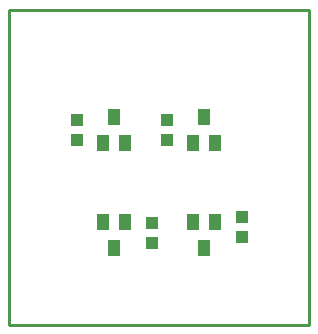
<source format=gtp>
G75*
%MOIN*%
%OFA0B0*%
%FSLAX25Y25*%
%IPPOS*%
%LPD*%
%AMOC8*
5,1,8,0,0,1.08239X$1,22.5*
%
%ADD10C,0.01000*%
%ADD11R,0.03937X0.05512*%
%ADD12R,0.03937X0.04331*%
D10*
X0046300Y0041300D02*
X0146300Y0041300D01*
X0146300Y0146300D01*
X0046300Y0146300D01*
X0046300Y0041300D01*
D11*
X0081300Y0066969D03*
X0077560Y0075631D03*
X0085040Y0075631D03*
X0107560Y0075631D03*
X0115040Y0075631D03*
X0111300Y0066969D03*
X0107560Y0101969D03*
X0115040Y0101969D03*
X0111300Y0110631D03*
X0085040Y0101969D03*
X0077560Y0101969D03*
X0081300Y0110631D03*
D12*
X0068800Y0109646D03*
X0068800Y0102954D03*
X0093800Y0075146D03*
X0093800Y0068454D03*
X0123800Y0070454D03*
X0123800Y0077146D03*
X0098800Y0102954D03*
X0098800Y0109646D03*
M02*

</source>
